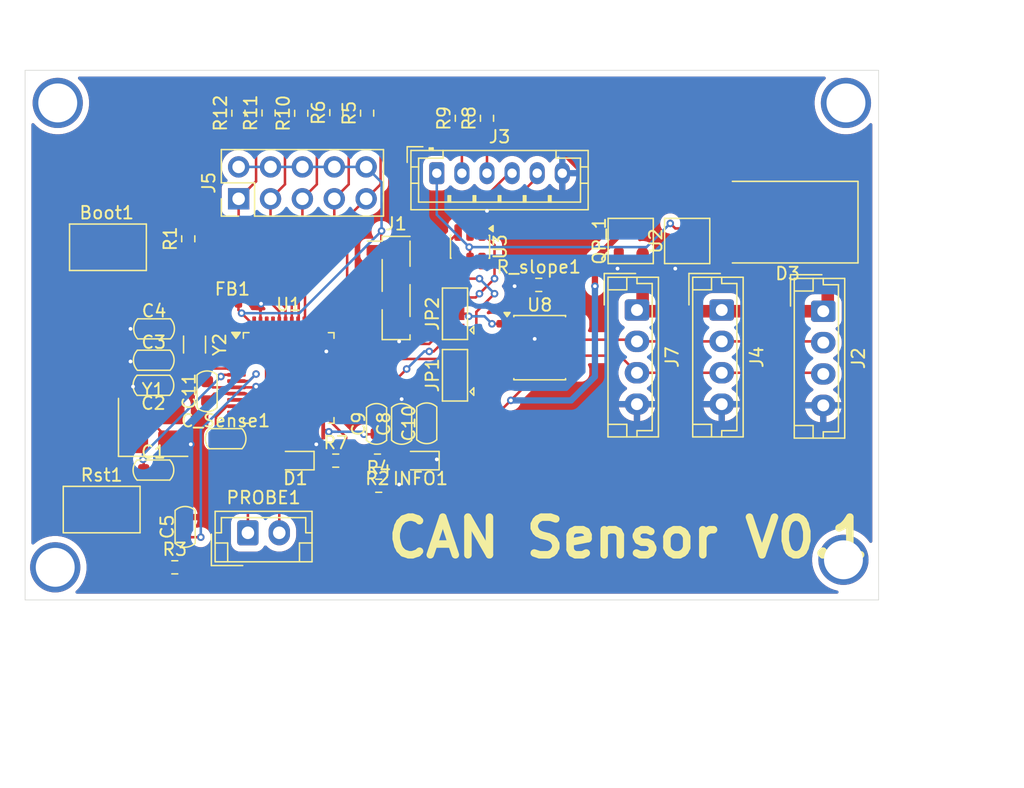
<source format=kicad_pcb>
(kicad_pcb
	(version 20241229)
	(generator "pcbnew")
	(generator_version "9.0")
	(general
		(thickness 1.6)
		(legacy_teardrops no)
	)
	(paper "A4")
	(layers
		(0 "F.Cu" signal)
		(2 "B.Cu" signal)
		(9 "F.Adhes" user "F.Adhesive")
		(11 "B.Adhes" user "B.Adhesive")
		(13 "F.Paste" user)
		(15 "B.Paste" user)
		(5 "F.SilkS" user "F.Silkscreen")
		(7 "B.SilkS" user "B.Silkscreen")
		(1 "F.Mask" user)
		(3 "B.Mask" user)
		(17 "Dwgs.User" user "User.Drawings")
		(19 "Cmts.User" user "User.Comments")
		(21 "Eco1.User" user "User.Eco1")
		(23 "Eco2.User" user "User.Eco2")
		(25 "Edge.Cuts" user)
		(27 "Margin" user)
		(31 "F.CrtYd" user "F.Courtyard")
		(29 "B.CrtYd" user "B.Courtyard")
		(35 "F.Fab" user)
		(33 "B.Fab" user)
		(39 "User.1" user)
		(41 "User.2" user)
		(43 "User.3" user)
		(45 "User.4" user)
	)
	(setup
		(pad_to_mask_clearance 0)
		(allow_soldermask_bridges_in_footprints no)
		(tenting front back)
		(pcbplotparams
			(layerselection 0x00000000_00000000_55555555_5755f5ff)
			(plot_on_all_layers_selection 0x00000000_00000000_00000000_00000000)
			(disableapertmacros no)
			(usegerberextensions no)
			(usegerberattributes yes)
			(usegerberadvancedattributes yes)
			(creategerberjobfile yes)
			(dashed_line_dash_ratio 12.000000)
			(dashed_line_gap_ratio 3.000000)
			(svgprecision 4)
			(plotframeref no)
			(mode 1)
			(useauxorigin no)
			(hpglpennumber 1)
			(hpglpenspeed 20)
			(hpglpendiameter 15.000000)
			(pdf_front_fp_property_popups yes)
			(pdf_back_fp_property_popups yes)
			(pdf_metadata yes)
			(pdf_single_document no)
			(dxfpolygonmode yes)
			(dxfimperialunits yes)
			(dxfusepcbnewfont yes)
			(psnegative no)
			(psa4output no)
			(plot_black_and_white yes)
			(sketchpadsonfab no)
			(plotpadnumbers no)
			(hidednponfab no)
			(sketchdnponfab yes)
			(crossoutdnponfab yes)
			(subtractmaskfromsilk no)
			(outputformat 1)
			(mirror no)
			(drillshape 1)
			(scaleselection 1)
			(outputdirectory "")
		)
	)
	(net 0 "")
	(net 1 "+3V3")
	(net 2 "/VREF")
	(net 3 "Net-(D3-A)")
	(net 4 "GND")
	(net 5 "unconnected-(U1-PB15-Pad28)")
	(net 6 "Net-(J2-Pin_2)")
	(net 7 "/SWDIO")
	(net 8 "Net-(J2-Pin_3)")
	(net 9 "/SWCLK")
	(net 10 "/BOOT")
	(net 11 "Net-(J3-Pin_3)")
	(net 12 "unconnected-(U1-PB10-Pad21)")
	(net 13 "unconnected-(U1-PA10-Pad31)")
	(net 14 "unconnected-(U1-PB8-Pad45)")
	(net 15 "Net-(U1-OSC_IN)")
	(net 16 "CAN_POWER")
	(net 17 "Net-(J3-Pin_2)")
	(net 18 "unconnected-(U1-PC13-Pad2)")
	(net 19 "Net-(U1-OSC_OUT)")
	(net 20 "Net-(U8-Rs)")
	(net 21 "unconnected-(U1-PA7-Pad17)")
	(net 22 "unconnected-(U1-PB12-Pad25)")
	(net 23 "unconnected-(U1-PB14-Pad27)")
	(net 24 "unconnected-(U1-PA15-Pad38)")
	(net 25 "USB_BUS")
	(net 26 "unconnected-(U1-PB9-Pad46)")
	(net 27 "unconnected-(U1-VBAT-Pad1)")
	(net 28 "unconnected-(U1-PB11-Pad22)")
	(net 29 "PB2")
	(net 30 "Net-(U1-PC14)")
	(net 31 "unconnected-(U1-PA5-Pad15)")
	(net 32 "PA11")
	(net 33 "/NRST")
	(net 34 "P_GND")
	(net 35 "C_AB")
	(net 36 "unconnected-(U1-PA0-Pad10)")
	(net 37 "unconnected-(U1-PB13-Pad26)")
	(net 38 "unconnected-(U1-PA6-Pad16)")
	(net 39 "C_1")
	(net 40 "PA12")
	(net 41 "Net-(U1-PC15)")
	(net 42 "TRIG_THRES")
	(net 43 "C_2")
	(net 44 "unconnected-(U1-PA2-Pad12)")
	(net 45 "Q")
	(net 46 "unconnected-(U1-PA4-Pad14)")
	(net 47 "unconnected-(U1-PA3-Pad13)")
	(net 48 "CAN_RX")
	(net 49 "CAN_TX")
	(net 50 "unconnected-(U8-Vref-Pad5)")
	(net 51 "C_4")
	(net 52 "C_8")
	(net 53 "PB9")
	(net 54 "PB8")
	(net 55 "unconnected-(U3-I{slash}O1-Pad6)")
	(net 56 "unconnected-(U3-I{slash}O2-Pad4)")
	(net 57 "Net-(D1-K)")
	(net 58 "Net-(INFO1-A)")
	(footprint "PCM_Package_TO_SOT_SMD_AKL:SOT-23" (layer "F.Cu") (at 150.75 44 90))
	(footprint "Crystal:Crystal_SMD_3225-4Pin_3.2x2.5mm_HandSoldering" (layer "F.Cu") (at 108.2 58.85))
	(footprint "Package_TO_SOT_SMD:SOT-23-6" (layer "F.Cu") (at 133.45 44.4625 -90))
	(footprint "Connector_JST:JST_PH_B6B-PH-K_1x06_P2.00mm_Vertical" (layer "F.Cu") (at 130.8 38.6))
	(footprint "PCM_Capacitor_SMD_AKL:C_0603_1608Metric" (layer "F.Cu") (at 130 58.525 90))
	(footprint "Resistor_SMD:R_0603_1608Metric" (layer "F.Cu") (at 138.925 47.5))
	(footprint "Crystal:Crystal_SMD_3215-2Pin_3.2x1.5mm" (layer "F.Cu") (at 111.5 52.25 -90))
	(footprint "Resistor_SMD:R_0603_1608Metric" (layer "F.Cu") (at 120 33.825 90))
	(footprint "Connector_JST:JST_EH_B4B-EH-A_1x04_P2.50mm_Vertical" (layer "F.Cu") (at 161.591055 49.595674 -90))
	(footprint "Connector_JST:JST_EH_B4B-EH-A_1x04_P2.50mm_Vertical" (layer "F.Cu") (at 153.5 49.5 -90))
	(footprint "PCM_Capacitor_SMD_AKL:C_0603_1608Metric" (layer "F.Cu") (at 108.275 51))
	(footprint "Resistor_SMD:R_0603_1608Metric" (layer "F.Cu") (at 109.925 70))
	(footprint "Jumper:SolderJumper-3_P1.3mm_Bridged12_Pad1.0x1.5mm" (layer "F.Cu") (at 132.25 49.8 90))
	(footprint "LED_SMD:LED_0603_1608Metric" (layer "F.Cu") (at 129.5 61.5 180))
	(footprint "PCM_Package_TO_SOT_SMD_AKL:SOT-23" (layer "F.Cu") (at 146.25 44 90))
	(footprint "PCM_Capacitor_SMD_AKL:C_0603_1608Metric" (layer "F.Cu") (at 108.25 53.5))
	(footprint "Button_Switch_SMD:SW_SPST_CK_RS282G05A3" (layer "F.Cu") (at 104.1 65.4 180))
	(footprint "LED_SMD:LED_0603_1608Metric" (layer "F.Cu") (at 119.5375 61.5 180))
	(footprint "PCM_Capacitor_SMD_AKL:C_0603_1608Metric" (layer "F.Cu") (at 112.5 55.975 90))
	(footprint "Diode_SMD:D_SMB-SMC_Universal_Handsoldering"
		(layer "F.Cu")
		(uuid "77f99f7b-c3ff-4878-b597-4286d4ef0d01")
		(at 158.75 42.5 180)
		(descr "Diode, Universal, SMB(DO-214AA) or SMC (DO-214AB), Handsoldering,")
		(tags "Diode Universal SMB(DO-214AA) SMC (DO-214AB) Handsoldering ")
		(property "Reference" "D3"
			(at 0 -4.1 0)
			(layer "F.SilkS")
			(uuid "cad71543-730d-4757-80d5-52758300b98a")
			(effects
				(font
					(size 1 1)
					(thickness 0.15)
				)
			)
		)
		(property "Value" "S3MB"
			(at 0 4.1 0)
			(layer "F.Fab")
			(uuid "4f747d5c-24b1-4f5b-9431-e712f2691017")
			(effects
				(font
					(size 1 1)
					(thickness 0.15)
				)
			)
		)
		(property "Datasheet" "~"
			(at 0 0 180)
			(unlocked yes)
			(layer "F.Fab")
			(hide yes)
			(uuid "13190ec5-b2fd-4dbe-b2a7-589fbdf056a4")
			(effects
				(font
					(size 1.27 1.27)
					(thickness 0.15)
				)
			)
		)
		(property "Description" "Diode"
			(at 0 0 180)
			(unlocked yes)
			(layer "F.Fab")
			(hide yes)
			(uuid "48e0a280-30e6-4356-ab70-551eae38170c")
			(effects
				(font
					(size 1.27 1.27)
					(thickness 0.15)
				)
			)
		)
		(property "LCSC" "C18199102"
			(at 0 0 180)
			(unlocked yes)
			(layer "F.Fab")
			(hide yes)
			(uuid "5ae4c4a7-7203-4dab-a93a-c9c64f1cb4d8")
			(effects
				(font
					(size 1 1)
					(thickness 0.15)
				)
			)
		)
		(property "Stock" "24042"
			(at 0 0 180)
			(unlocked yes)
			(layer "F.Fab")
			(hide yes)
			(uuid "0d4cc913-397e-408c-b2a2-ab46bfd295ad")
			(effects
				(font
					(size 1 1)
					(thickness 0.15)
				)
			)
		)
		(property "Price" "0.024USD"
			(at 0 0 180)
			(unlocked yes)
			(layer "F.Fab")
			(hide yes)
			(uuid "f741c924-fe91-425d-a4f9-47fe5d484773")
			(effects
				(font
					(size 1 1)
					(thickness 0.15)
				)
			)
		)
		(property "Process" "SMT"
			(at 0 0 180)
			(unlocked yes)
			(layer "F.Fab")
			(hide yes)
			(uuid "9836ac44-4da8-4196-aa1c-891ef5455c9f")
			(effects
				(font
					(size 1 1)
					(thickness 0.15)
				)
			)
		)
		(property "Minimum Qty" "5"
			(at 0 0 180)
			(unlocked yes)
			(layer "F.Fab")
			(hide yes)
			(uuid "13a25f13-b03c-414b-a38d-86efd0f6be30")
			(effects
				(font
					(size 1 1)
					(thickness 0.15)
				)
			)
		)
		(property "Attrition Qty" "2"
			(at 0 0 180)
			(unlocked yes)
			(layer "F.Fab")
			(hide yes)
			(uuid "6e3dabf8-287b-413a-b286-0e790ed13637")
			(effects
				(font
					(size 1 1)
					(thickness 0.15)
				)
			)
		)
		(property "Class" "Preferred Component"
			(at 0 0 180)
			(unlocked yes)
			(layer "F.Fab")
			(hide yes)
			(uuid "1b97b85f-7f8f-4d28-bfef-12a7aae5bd86")
			(effects
				(font
					(size 1 1)
					(thickness 0.15)
				)
			)
		)
		(property "Category" "Diodes,Diodes - General Purpose"
			(at 0 0 180)
			(unlocked yes)
			(layer "F.Fab")
			(hide yes)
			(uuid "1f8362ba-38c2-4254-a217-c855261369f3")
			(effects
				(font
					(size 1 1)
					(thickness 0.15)
				)
			)
		)
		(property "Manufacturer" "hongjiacheng"
			(at 0 0 180)
			(unlocked yes)
			(layer "F.Fab")
			(hide yes)
			(uuid "c9cdd39e-84bd-461f-aea6-462ed905b019")
			(effects
				(font
					(size 1 1)
					(thickness 0.15)
				)
			)
		)
		(property "Part" "S3MB"
			(at 0 0 180)
			(unlocked yes)
			(layer "F.Fab")
			(hide yes)
			(uuid "290b4841-185a-4db9-8625-bbeecfe3ca6d")
			(effects
				(font
					(size 1 1)
					(thickness 0.15)
				)
			)
		)
		(property "Rectified Current" "3A"
			(at 0 0 180)
			(unlocked yes)
			(layer "F.Fab")
			(hide yes)
			(uuid "ccad97b2-290e-48b6-b0cd-ddd27d467c49")
			(effects
				(font
					(size 1 1)
					(thickness 0.15)
				)
			)
		)
		(property "Forward Voltage (Vf@If)" "1V@3A"
			(at 0 0 180)
			(unlocked yes)
			(layer "F.Fab")
			(hide yes)
			(uuid "f81ad4fd-1795-41a1-9b07-e3862b3c0de5")
			(effects
				(font
					(size 1 1)
					(thickness 0.15)
				)
			)
		)
		(property "Reverse Voltage (Vr)" "1kV"
			(at 0 0 180)
			(unlocked yes)
			(layer "F.Fab")
			(hide yes)
			(uuid "11978a2b-8dcf-43b5-845f-2df909dd4
... [518872 chars truncated]
</source>
